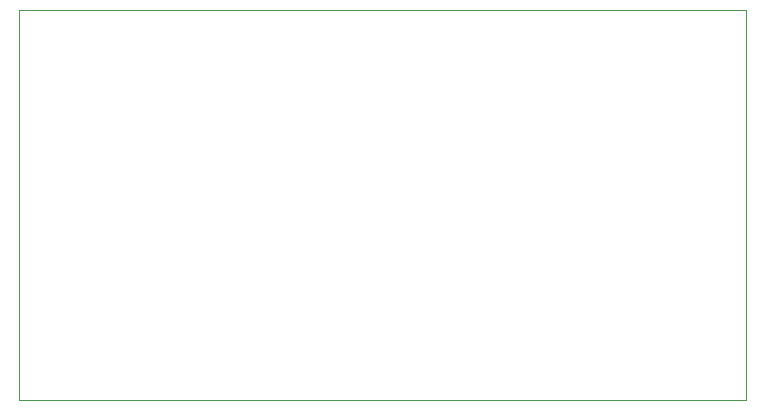
<source format=gbr>
%TF.GenerationSoftware,KiCad,Pcbnew,5.1.5+dfsg1-2build2*%
%TF.CreationDate,2020-09-04T09:29:52+02:00*%
%TF.ProjectId,amp-meter-dc,616d702d-6d65-4746-9572-2d64632e6b69,rev?*%
%TF.SameCoordinates,PX1dac6f8PY6049a88*%
%TF.FileFunction,Profile,NP*%
%FSLAX46Y46*%
G04 Gerber Fmt 4.6, Leading zero omitted, Abs format (unit mm)*
G04 Created by KiCad (PCBNEW 5.1.5+dfsg1-2build2) date 2020-09-04 09:29:52*
%MOMM*%
%LPD*%
G04 APERTURE LIST*
%TA.AperFunction,Profile*%
%ADD10C,0.050000*%
%TD*%
G04 APERTURE END LIST*
D10*
X0Y33020000D02*
X0Y29210000D01*
X61595000Y33020000D02*
X0Y33020000D01*
X61595000Y0D02*
X61595000Y33020000D01*
X49530000Y0D02*
X61595000Y0D01*
X0Y0D02*
X0Y29210000D01*
X49530000Y0D02*
X0Y0D01*
M02*

</source>
